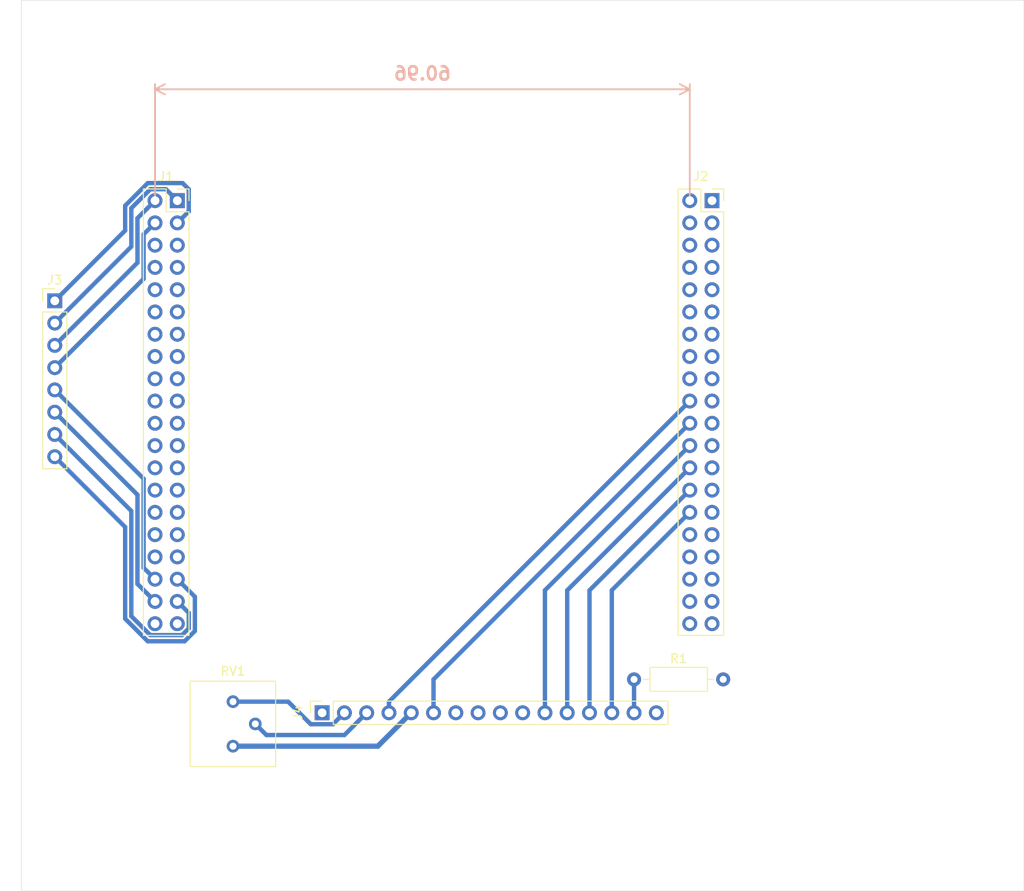
<source format=kicad_pcb>
(kicad_pcb (version 20241229) (generator "pcbnew") (generator_version "9.0")
  (layers (0 "F.Cu" signal) (2 "B.Cu" signal) (13 "F.Paste" user) (15 "B.Paste" user) (5 "F.SilkS" user "F.Silkscreen") (7 "B.SilkS" user "B.Silkscreen") (1 "F.Mask" user) (3 "B.Mask" user) (25 "Edge.Cuts" user))
  (net 0 "")
  (net 10 "GND")
  (net 11 "Net-(J1-Pin_35)")
  (net 16 "+5V")
  (net 19 "Net-(J1-Pin_37)")
  (net 23 "Net-(J1-Pin_2)")
  (net 24 "Net-(J1-Pin_38)")
  (net 28 "Net-(J1-Pin_36)")
  (net 30 "Net-(J1-Pin_3)")
  (net 32 "Net-(J1-Pin_1)")
  (net 36 "Net-(J1-Pin_4)")
  (net 44 "/PA8")
  (net 45 "/PA9")
  (net 48 "/PC7")
  (net 51 "/PB4")
  (net 52 "/PB5")
  (net 54 "/PB10")
  (net 71 "Net-(J4-Pin_3)")
  (net 83 "Net-(J4-Pin_15)")
  (footprint "Resistor_THT:R_Axial_DIN0207_L6.3mm_D2.5mm_P10.16mm_Horizontal" (layer "F.Cu") (at 146.05 130.81)
    (property "Reference" "R1" (at 5.08 -2.37 0) (layer "F.SilkS"))
    (property "Value" "1k")
    (fp_line (start 1.04 0) (end 1.81 0) (stroke (width 0.12)) (layer "F.SilkS"))
    (fp_line (start 9.12 0) (end 8.35 0) (stroke (width 0.12)) (layer "F.SilkS"))
    (fp_rect (start 1.81 -1.37) (end 8.35 1.37) (stroke (width 0.12)) (fill no) (layer "F.SilkS"))
    (pad "1" thru_hole circle (at 0 0) (size 1.6 1.6) (drill 0.8) (layers "*.Cu" "*.Mask") (net 83 "Net-(J4-Pin_15)"))
    (pad "2" thru_hole circle (at 10.16 0) (size 1.6 1.6) (drill 0.8) (layers "*.Cu" "*.Mask") (net 16 "+5V"))
  )
  (footprint "Potentiometer_THT:Potentiometer_Bourns_3386P_Vertical" (layer "F.Cu") (at 100.33 138.43)
    (property "Reference" "RV1" (at -0.015 -8.555 0) (layer "F.SilkS"))
    (property "Value" "R_Potentiometer_Trim")
    (fp_line (start -4.89 -7.415) (end 4.86 -7.415) (stroke (width 0.12)) (layer "F.SilkS"))
    (fp_line (start -4.89 2.335) (end -4.89 -7.415) (stroke (width 0.12)) (layer "F.SilkS"))
    (fp_line (start 4.86 -7.415) (end 4.86 2.335) (stroke (width 0.12)) (layer "F.SilkS"))
    (fp_line (start 4.86 2.335) (end -4.89 2.335) (stroke (width 0.12)) (layer "F.SilkS"))
    (pad "1" thru_hole circle (at 0 0) (size 1.44 1.44) (drill 0.8) (layers "*.Cu" "*.Mask") (net 10 "GND"))
    (pad "2" thru_hole circle (at 2.54 -2.54) (size 1.44 1.44) (drill 0.8) (layers "*.Cu" "*.Mask") (net 71 "Net-(J4-Pin_3)"))
    (pad "3" thru_hole circle (at 0 -5.08) (size 1.44 1.44) (drill 0.8) (layers "*.Cu" "*.Mask") (net 16 "+5V"))
  )
  (footprint "Connector_PinHeader_2.54mm:PinHeader_1x08_P2.54mm_Vertical" (layer "F.Cu") (at 80.01 87.63)
    (property "Reference" "J3" (at 0 -2.38 0) (layer "F.SilkS"))
    (property "Value" "Conn_01x08_Pin")
    (fp_line (start -1.38 -1.38) (end 0 -1.38) (stroke (width 0.12)) (layer "F.SilkS"))
    (fp_line (start -1.38 0) (end -1.38 -1.38) (stroke (width 0.12)) (layer "F.SilkS"))
    (fp_line (start -1.38 1.27) (end -1.38 19.16) (stroke (width 0.12)) (layer "F.SilkS"))
    (fp_line (start -1.38 1.27) (end 1.38 1.27) (stroke (width 0.12)) (layer "F.SilkS"))
    (fp_line (start -1.38 19.16) (end 1.38 19.16) (stroke (width 0.12)) (layer "F.SilkS"))
    (fp_line (start 1.38 1.27) (end 1.38 19.16) (stroke (width 0.12)) (layer "F.SilkS"))
    (pad "1" thru_hole rect (at 0 0) (size 1.7 1.7) (drill 1) (layers "*.Cu" "*.Mask") (net 30 "Net-(J1-Pin_3)"))
    (pad "2" thru_hole circle (at 0 2.54) (size 1.7 1.7) (drill 1) (layers "*.Cu" "*.Mask") (net 32 "Net-(J1-Pin_1)"))
    (pad "3" thru_hole circle (at 0 5.08) (size 1.7 1.7) (drill 1) (layers "*.Cu" "*.Mask") (net 23 "Net-(J1-Pin_2)"))
    (pad "4" thru_hole circle (at 0 7.62) (size 1.7 1.7) (drill 1) (layers "*.Cu" "*.Mask") (net 36 "Net-(J1-Pin_4)"))
    (pad "5" thru_hole circle (at 0 10.16) (size 1.7 1.7) (drill 1) (layers "*.Cu" "*.Mask") (net 28 "Net-(J1-Pin_36)"))
    (pad "6" thru_hole circle (at 0 12.7) (size 1.7 1.7) (drill 1) (layers "*.Cu" "*.Mask") (net 24 "Net-(J1-Pin_38)"))
    (pad "7" thru_hole circle (at 0 15.24) (size 1.7 1.7) (drill 1) (layers "*.Cu" "*.Mask") (net 19 "Net-(J1-Pin_37)"))
    (pad "8" thru_hole circle (at 0 17.78) (size 1.7 1.7) (drill 1) (layers "*.Cu" "*.Mask") (net 11 "Net-(J1-Pin_35)"))
  )
  (footprint "Connector_PinSocket_2.54mm:PinSocket_2x20_P2.54mm_Vertical" (layer "F.Cu") (at 154.94 76.2)
    (property "Reference" "J2" (at -1.27 -2.77 0) (layer "F.SilkS"))
    (property "Value" "Conn_02x20_Odd_Even")
    (fp_line (start -3.87 -1.33) (end -3.87 49.59) (stroke (width 0.12)) (layer "F.SilkS"))
    (fp_line (start -3.87 -1.33) (end -1.27 -1.33) (stroke (width 0.12)) (layer "F.SilkS"))
    (fp_line (start -3.87 49.59) (end 1.33 49.59) (stroke (width 0.12)) (layer "F.SilkS"))
    (fp_line (start -1.27 -1.33) (end -1.27 1.27) (stroke (width 0.12)) (layer "F.SilkS"))
    (fp_line (start -1.27 1.27) (end 1.33 1.27) (stroke (width 0.12)) (layer "F.SilkS"))
    (fp_line (start 0 -1.33) (end 1.33 -1.33) (stroke (width 0.12)) (layer "F.SilkS"))
    (fp_line (start 1.33 -1.33) (end 1.33 0) (stroke (width 0.12)) (layer "F.SilkS"))
    (fp_line (start 1.33 1.27) (end 1.33 49.59) (stroke (width 0.12)) (layer "F.SilkS"))
    (pad "1" thru_hole rect (at 0 0) (size 1.7 1.7) (drill 1) (layers "*.Cu" "*.Mask"))
    (pad "2" thru_hole circle (at -2.54 0) (size 1.7 1.7) (drill 1) (layers "*.Cu" "*.Mask"))
    (pad "3" thru_hole circle (at 0 2.54) (size 1.7 1.7) (drill 1) (layers "*.Cu" "*.Mask"))
    (pad "4" thru_hole circle (at -2.54 2.54) (size 1.7 1.7) (drill 1) (layers "*.Cu" "*.Mask"))
    (pad "5" thru_hole circle (at 0 5.08) (size 1.7 1.7) (drill 1) (layers "*.Cu" "*.Mask"))
    (pad "6" thru_hole circle (at -2.54 5.08) (size 1.7 1.7) (drill 1) (layers "*.Cu" "*.Mask"))
    (pad "7" thru_hole circle (at 0 7.62) (size 1.7 1.7) (drill 1) (layers "*.Cu" "*.Mask"))
    (pad "8" thru_hole circle (at -2.54 7.62) (size 1.7 1.7) (drill 1) (layers "*.Cu" "*.Mask"))
    (pad "9" thru_hole circle (at 0 10.16) (size 1.7 1.7) (drill 1) (layers "*.Cu" "*.Mask"))
    (pad "10" thru_hole circle (at -2.54 10.16) (size 1.7 1.7) (drill 1) (layers "*.Cu" "*.Mask") (net 10 "GND"))
    (pad "11" thru_hole circle (at 0 12.7) (size 1.7 1.7) (drill 1) (layers "*.Cu" "*.Mask"))
    (pad "12" thru_hole circle (at -2.54 12.7) (size 1.7 1.7) (drill 1) (layers "*.Cu" "*.Mask"))
    (pad "13" thru_hole circle (at 0 15.24) (size 1.7 1.7) (drill 1) (layers "*.Cu" "*.Mask"))
    (pad "14" thru_hole circle (at -2.54 15.24) (size 1.7 1.7) (drill 1) (layers "*.Cu" "*.Mask"))
    (pad "15" thru_hole circle (at 0 17.78) (size 1.7 1.7) (drill 1) (layers "*.Cu" "*.Mask"))
    (pad "16" thru_hole circle (at -2.54 17.78) (size 1.7 1.7) (drill 1) (layers "*.Cu" "*.Mask"))
    (pad "17" thru_hole circle (at 0 20.32) (size 1.7 1.7) (drill 1) (layers "*.Cu" "*.Mask"))
    (pad "18" thru_hole circle (at -2.54 20.32) (size 1.7 1.7) (drill 1) (layers "*.Cu" "*.Mask"))
    (pad "19" thru_hole circle (at 0 22.86) (size 1.7 1.7) (drill 1) (layers "*.Cu" "*.Mask") (net 10 "GND"))
    (pad "20" thru_hole circle (at -2.54 22.86) (size 1.7 1.7) (drill 1) (layers "*.Cu" "*.Mask") (net 48 "/PC7"))
    (pad "21" thru_hole circle (at 0 25.4) (size 1.7 1.7) (drill 1) (layers "*.Cu" "*.Mask"))
    (pad "22" thru_hole circle (at -2.54 25.4) (size 1.7 1.7) (drill 1) (layers "*.Cu" "*.Mask") (net 45 "/PA9"))
    (pad "23" thru_hole circle (at 0 27.94) (size 1.7 1.7) (drill 1) (layers "*.Cu" "*.Mask"))
    (pad "24" thru_hole circle (at -2.54 27.94) (size 1.7 1.7) (drill 1) (layers "*.Cu" "*.Mask") (net 44 "/PA8"))
    (pad "25" thru_hole circle (at 0 30.48) (size 1.7 1.7) (drill 1) (layers "*.Cu" "*.Mask"))
    (pad "26" thru_hole circle (at -2.54 30.48) (size 1.7 1.7) (drill 1) (layers "*.Cu" "*.Mask") (net 54 "/PB10"))
    (pad "27" thru_hole circle (at 0 33.02) (size 1.7 1.7) (drill 1) (layers "*.Cu" "*.Mask"))
    (pad "28" thru_hole circle (at -2.54 33.02) (size 1.7 1.7) (drill 1) (layers "*.Cu" "*.Mask") (net 51 "/PB4"))
    (pad "29" thru_hole circle (at 0 35.56) (size 1.7 1.7) (drill 1) (layers "*.Cu" "*.Mask"))
    (pad "30" thru_hole circle (at -2.54 35.56) (size 1.7 1.7) (drill 1) (layers "*.Cu" "*.Mask") (net 52 "/PB5"))
    (pad "31" thru_hole circle (at 0 38.1) (size 1.7 1.7) (drill 1) (layers "*.Cu" "*.Mask"))
    (pad "32" thru_hole circle (at -2.54 38.1) (size 1.7 1.7) (drill 1) (layers "*.Cu" "*.Mask"))
    (pad "33" thru_hole circle (at 0 40.64) (size 1.7 1.7) (drill 1) (layers "*.Cu" "*.Mask"))
    (pad "34" thru_hole circle (at -2.54 40.64) (size 1.7 1.7) (drill 1) (layers "*.Cu" "*.Mask"))
    (pad "35" thru_hole circle (at 0 43.18) (size 1.7 1.7) (drill 1) (layers "*.Cu" "*.Mask"))
    (pad "36" thru_hole circle (at -2.54 43.18) (size 1.7 1.7) (drill 1) (layers "*.Cu" "*.Mask"))
    (pad "37" thru_hole circle (at 0 45.72) (size 1.7 1.7) (drill 1) (layers "*.Cu" "*.Mask"))
    (pad "38" thru_hole circle (at -2.54 45.72) (size 1.7 1.7) (drill 1) (layers "*.Cu" "*.Mask"))
    (pad "39" thru_hole circle (at 0 48.26) (size 1.7 1.7) (drill 1) (layers "*.Cu" "*.Mask"))
    (pad "40" thru_hole circle (at -2.54 48.26) (size 1.7 1.7) (drill 1) (layers "*.Cu" "*.Mask"))
  )
  (footprint "Connector_PinSocket_2.54mm:PinSocket_1x16_P2.54mm_Vertical" (layer "F.Cu") (at 110.49 134.62 90)
    (property "Reference" "J4" (at 0 -2.77 90) (layer "F.SilkS"))
    (property "Value" "Conn_01x16_Socket")
    (fp_line (start 1.33 -1.33) (end 1.33 0) (stroke (width 0.12)) (layer "F.SilkS"))
    (fp_line (start 0 -1.33) (end 1.33 -1.33) (stroke (width 0.12)) (layer "F.SilkS"))
    (fp_line (start 1.33 1.27) (end 1.33 39.43) (stroke (width 0.12)) (layer "F.SilkS"))
    (fp_line (start -1.33 1.27) (end 1.33 1.27) (stroke (width 0.12)) (layer "F.SilkS"))
    (fp_line (start -1.33 1.27) (end -1.33 39.43) (stroke (width 0.12)) (layer "F.SilkS"))
    (fp_line (start -1.33 39.43) (end 1.33 39.43) (stroke (width 0.12)) (layer "F.SilkS"))
    (pad "1" thru_hole rect (at 0 0 90) (size 1.7 1.7) (drill 1) (layers "*.Cu" "*.Mask") (net 10 "GND"))
    (pad "2" thru_hole circle (at 0 2.54 90) (size 1.7 1.7) (drill 1) (layers "*.Cu" "*.Mask") (net 16 "+5V"))
    (pad "3" thru_hole circle (at 0 5.08 90) (size 1.7 1.7) (drill 1) (layers "*.Cu" "*.Mask") (net 71 "Net-(J4-Pin_3)"))
    (pad "4" thru_hole circle (at 0 7.62 90) (size 1.7 1.7) (drill 1) (layers "*.Cu" "*.Mask") (net 48 "/PC7"))
    (pad "5" thru_hole circle (at 0 10.16 90) (size 1.7 1.7) (drill 1) (layers "*.Cu" "*.Mask") (net 10 "GND"))
    (pad "6" thru_hole circle (at 0 12.7 90) (size 1.7 1.7) (drill 1) (layers "*.Cu" "*.Mask") (net 45 "/PA9"))
    (pad "7" thru_hole circle (at 0 15.24 90) (size 1.7 1.7) (drill 1) (layers "*.Cu" "*.Mask"))
    (pad "8" thru_hole circle (at 0 17.78 90) (size 1.7 1.7) (drill 1) (layers "*.Cu" "*.Mask"))
    (pad "9" thru_hole circle (at 0 20.32 90) (size 1.7 1.7) (drill 1) (layers "*.Cu" "*.Mask"))
    (pad "10" thru_hole circle (at 0 22.86 90) (size 1.7 1.7) (drill 1) (layers "*.Cu" "*.Mask"))
    (pad "11" thru_hole circle (at 0 25.4 90) (size 1.7 1.7) (drill 1) (layers "*.Cu" "*.Mask") (net 44 "/PA8"))
    (pad "12" thru_hole circle (at 0 27.94 90) (size 1.7 1.7) (drill 1) (layers "*.Cu" "*.Mask") (net 54 "/PB10"))
    (pad "13" thru_hole circle (at 0 30.48 90) (size 1.7 1.7) (drill 1) (layers "*.Cu" "*.Mask") (net 51 "/PB4"))
    (pad "14" thru_hole circle (at 0 33.02 90) (size 1.7 1.7) (drill 1) (layers "*.Cu" "*.Mask") (net 52 "/PB5"))
    (pad "15" thru_hole circle (at 0 35.56 90) (size 1.7 1.7) (drill 1) (layers "*.Cu" "*.Mask") (net 83 "Net-(J4-Pin_15)"))
    (pad "16" thru_hole circle (at 0 38.1 90) (size 1.7 1.7) (drill 1) (layers "*.Cu" "*.Mask") (net 10 "GND"))
  )
  (footprint "Connector_PinSocket_2.54mm:PinSocket_2x20_P2.54mm_Vertical" (layer "F.Cu") (at 93.98 76.2)
    (property "Reference" "J1" (at -1.27 -2.77 0) (layer "F.SilkS"))
    (property "Value" "Conn_02x20_Odd_Even")
    (fp_line (start -3.87 -1.33) (end -3.87 49.59) (stroke (width 0.12)) (layer "F.SilkS"))
    (fp_line (start -3.87 -1.33) (end -1.27 -1.33) (stroke (width 0.12)) (layer "F.SilkS"))
    (fp_line (start -3.87 49.59) (end 1.33 49.59) (stroke (width 0.12)) (layer "F.SilkS"))
    (fp_line (start -1.27 -1.33) (end -1.27 1.27) (stroke (width 0.12)) (layer "F.SilkS"))
    (fp_line (start -1.27 1.27) (end 1.33 1.27) (stroke (width 0.12)) (layer "F.SilkS"))
    (fp_line (start 0 -1.33) (end 1.33 -1.33) (stroke (width 0.12)) (layer "F.SilkS"))
    (fp_line (start 1.33 -1.33) (end 1.33 0) (stroke (width 0.12)) (layer "F.SilkS"))
    (fp_line (start 1.33 1.27) (end 1.33 49.59) (stroke (width 0.12)) (layer "F.SilkS"))
    (pad "1" thru_hole rect (at 0 0) (size 1.7 1.7) (drill 1) (layers "*.Cu" "*.Mask") (net 32 "Net-(J1-Pin_1)"))
    (pad "2" thru_hole circle (at -2.54 0) (size 1.7 1.7) (drill 1) (layers "*.Cu" "*.Mask") (net 23 "Net-(J1-Pin_2)"))
    (pad "3" thru_hole circle (at 0 2.54) (size 1.7 1.7) (drill 1) (layers "*.Cu" "*.Mask") (net 30 "Net-(J1-Pin_3)"))
    (pad "4" thru_hole circle (at -2.54 2.54) (size 1.7 1.7) (drill 1) (layers "*.Cu" "*.Mask") (net 36 "Net-(J1-Pin_4)"))
    (pad "5" thru_hole circle (at 0 5.08) (size 1.7 1.7) (drill 1) (layers "*.Cu" "*.Mask"))
    (pad "6" thru_hole circle (at -2.54 5.08) (size 1.7 1.7) (drill 1) (layers "*.Cu" "*.Mask"))
    (pad "7" thru_hole circle (at 0 7.62) (size 1.7 1.7) (drill 1) (layers "*.Cu" "*.Mask") (net 10 "GND"))
    (pad "8" thru_hole circle (at -2.54 7.62) (size 1.7 1.7) (drill 1) (layers "*.Cu" "*.Mask"))
    (pad "9" thru_hole circle (at 0 10.16) (size 1.7 1.7) (drill 1) (layers "*.Cu" "*.Mask"))
    (pad "10" thru_hole circle (at -2.54 10.16) (size 1.7 1.7) (drill 1) (layers "*.Cu" "*.Mask"))
    (pad "11" thru_hole circle (at 0 12.7) (size 1.7 1.7) (drill 1) (layers "*.Cu" "*.Mask"))
    (pad "12" thru_hole circle (at -2.54 12.7) (size 1.7 1.7) (drill 1) (layers "*.Cu" "*.Mask"))
    (pad "13" thru_hole circle (at 0 15.24) (size 1.7 1.7) (drill 1) (layers "*.Cu" "*.Mask"))
    (pad "14" thru_hole circle (at -2.54 15.24) (size 1.7 1.7) (drill 1) (layers "*.Cu" "*.Mask"))
    (pad "15" thru_hole circle (at 0 17.78) (size 1.7 1.7) (drill 1) (layers "*.Cu" "*.Mask"))
    (pad "16" thru_hole circle (at -2.54 17.78) (size 1.7 1.7) (drill 1) (layers "*.Cu" "*.Mask"))
    (pad "17" thru_hole circle (at 0 20.32) (size 1.7 1.7) (drill 1) (layers "*.Cu" "*.Mask") (net 16 "+5V"))
    (pad "18" thru_hole circle (at -2.54 20.32) (size 1.7 1.7) (drill 1) (layers "*.Cu" "*.Mask"))
    (pad "19" thru_hole circle (at 0 22.86) (size 1.7 1.7) (drill 1) (layers "*.Cu" "*.Mask"))
    (pad "20" thru_hole circle (at -2.54 22.86) (size 1.7 1.7) (drill 1) (layers "*.Cu" "*.Mask") (net 10 "GND"))
    (pad "21" thru_hole circle (at 0 25.4) (size 1.7 1.7) (drill 1) (layers "*.Cu" "*.Mask"))
    (pad "22" thru_hole circle (at -2.54 25.4) (size 1.7 1.7) (drill 1) (layers "*.Cu" "*.Mask"))
    (pad "23" thru_hole circle (at 0 27.94) (size 1.7 1.7) (drill 1) (layers "*.Cu" "*.Mask"))
    (pad "24" thru_hole circle (at -2.54 27.94) (size 1.7 1.7) (drill 1) (layers "*.Cu" "*.Mask"))
    (pad "25" thru_hole circle (at 0 30.48) (size 1.7 1.7) (drill 1) (layers "*.Cu" "*.Mask"))
    (pad "26" thru_hole circle (at -2.54 30.48) (size 1.7 1.7) (drill 1) (layers "*.Cu" "*.Mask"))
    (pad "27" thru_hole circle (at 0 33.02) (size 1.7 1.7) (drill 1) (layers "*.Cu" "*.Mask"))
    (pad "28" thru_hole circle (at -2.54 33.02) (size 1.7 1.7) (drill 1) (layers "*.Cu" "*.Mask"))
    (pad "29" thru_hole circle (at 0 35.56) (size 1.7 1.7) (drill 1) (layers "*.Cu" "*.Mask"))
    (pad "30" thru_hole circle (at -2.54 35.56) (size 1.7 1.7) (drill 1) (layers "*.Cu" "*.Mask"))
    (pad "31" thru_hole circle (at 0 38.1) (size 1.7 1.7) (drill 1) (layers "*.Cu" "*.Mask"))
    (pad "32" thru_hole circle (at -2.54 38.1) (size 1.7 1.7) (drill 1) (layers "*.Cu" "*.Mask"))
    (pad "33" thru_hole circle (at 0 40.64) (size 1.7 1.7) (drill 1) (layers "*.Cu" "*.Mask"))
    (pad "34" thru_hole circle (at -2.54 40.64) (size 1.7 1.7) (drill 1) (layers "*.Cu" "*.Mask"))
    (pad "35" thru_hole circle (at 0 43.18) (size 1.7 1.7) (drill 1) (layers "*.Cu" "*.Mask") (net 11 "Net-(J1-Pin_35)"))
    (pad "36" thru_hole circle (at -2.54 43.18) (size 1.7 1.7) (drill 1) (layers "*.Cu" "*.Mask") (net 28 "Net-(J1-Pin_36)"))
    (pad "37" thru_hole circle (at 0 45.72) (size 1.7 1.7) (drill 1) (layers "*.Cu" "*.Mask") (net 19 "Net-(J1-Pin_37)"))
    (pad "38" thru_hole circle (at -2.54 45.72) (size 1.7 1.7) (drill 1) (layers "*.Cu" "*.Mask") (net 24 "Net-(J1-Pin_38)"))
    (pad "39" thru_hole circle (at 0 48.26) (size 1.7 1.7) (drill 1) (layers "*.Cu" "*.Mask"))
    (pad "40" thru_hole circle (at -2.54 48.26) (size 1.7 1.7) (drill 1) (layers "*.Cu" "*.Mask"))
  )
  (gr_rect (start 76.2 53.34) (end 190.5 154.94) (stroke (width 0.05)) (fill no) (layer "Edge.Cuts"))
  (dimension (type orthogonal) (layer "B.SilkS") (pts (xy 91.44 76.2) (xy 152.4 76.2)) (height -12.7) (orientation 0) (format (prefix "") (suffix "") (units 3) (units_format 0) (precision 4) (suppress_zeroes yes)) (style (thickness 0.2) (arrow_length 1.27) (text_position_mode 0) (arrow_direction outward) (extension_height 0.58642) (extension_offset 0.5) (keep_text_aligned yes)) (gr_text "60.96" (at 121.92 61.7 0) (layer "B.SilkS") (effects (font (size 1.5 1.5) (thickness 0.3)) (justify mirror))))
  (segment (start 100.33 138.43) (end 116.84 138.43) (width 0.6) (layer "B.Cu") (net 10))
  (segment (start 116.84 138.43) (end 120.65 134.62) (width 0.6) (layer "B.Cu") (net 10))
  (segment (start 94.809256 126.462) (end 95.982 125.289256) (width 0.5) (layer "B.Cu") (net 11))
  (segment (start 88.036 123.887256) (end 90.610744 126.462) (width 0.5) (layer "B.Cu") (net 11))
  (segment (start 80.01 105.41) (end 88.036 113.436) (width 0.5) (layer "B.Cu") (net 11))
  (segment (start 95.982 121.382) (end 93.98 119.38) (width 0.5) (layer "B.Cu") (net 11))
  (segment (start 88.036 113.436) (end 88.036 123.887256) (width 0.5) (layer "B.Cu") (net 11))
  (segment (start 95.982 125.289256) (end 95.982 121.382) (width 0.5) (layer "B.Cu") (net 11))
  (segment (start 90.610744 126.462) (end 94.809256 126.462) (width 0.5) (layer "B.Cu") (net 11))
  (segment (start 109.189 135.921) (end 111.729 135.921) (width 0.5) (layer "B.Cu") (net 16))
  (segment (start 106.618 133.35) (end 109.189 135.921) (width 0.5) (layer "B.Cu") (net 16))
  (segment (start 111.729 135.921) (end 113.03 134.62) (width 0.5) (layer "B.Cu") (net 16))
  (segment (start 100.33 133.35) (end 106.618 133.35) (width 0.5) (layer "B.Cu") (net 16))
  (segment (start 90.901108 125.761) (end 94.518892 125.761) (width 0.5) (layer "B.Cu") (net 19))
  (segment (start 88.737 123.596892) (end 90.901108 125.761) (width 0.5) (layer "B.Cu") (net 19))
  (segment (start 95.281 123.221) (end 93.98 121.92) (width 0.5) (layer "B.Cu") (net 19))
  (segment (start 95.281 124.998892) (end 95.281 123.221) (width 0.5) (layer "B.Cu") (net 19))
  (segment (start 88.737 111.597) (end 88.737 123.596892) (width 0.5) (layer "B.Cu") (net 19))
  (segment (start 80.01 102.87) (end 88.737 111.597) (width 0.5) (layer "B.Cu") (net 19))
  (segment (start 94.518892 125.761) (end 95.281 124.998892) (width 0.5) (layer "B.Cu") (net 19))
  (segment (start 89.438 83.282) (end 89.438 78.202) (width 0.5) (layer "B.Cu") (net 23))
  (segment (start 89.438 78.202) (end 91.44 76.2) (width 0.5) (layer "B.Cu") (net 23))
  (segment (start 80.01 92.71) (end 89.438 83.282) (width 0.5) (layer "B.Cu") (net 23))
  (segment (start 80.01 100.33) (end 89.438 109.758) (width 0.5) (layer "B.Cu") (net 24))
  (segment (start 89.438 109.758) (end 89.438 119.918) (width 0.5) (layer "B.Cu") (net 24))
  (segment (start 89.438 119.918) (end 91.44 121.92) (width 0.5) (layer "B.Cu") (net 24))
  (segment (start 80.01 97.79) (end 90.139 107.919) (width 0.5) (layer "B.Cu") (net 28))
  (segment (start 90.139 107.919) (end 90.139 118.079) (width 0.5) (layer "B.Cu") (net 28))
  (segment (start 90.139 118.079) (end 91.44 119.38) (width 0.5) (layer "B.Cu") (net 28))
  (segment (start 80.01 87.63) (end 88.036 79.604) (width 0.5) (layer "B.Cu") (net 30))
  (segment (start 95.281 77.439) (end 93.98 78.74) (width 0.5) (layer "B.Cu") (net 30))
  (segment (start 88.036 79.604) (end 88.036 76.772744) (width 0.5) (layer "B.Cu") (net 30))
  (segment (start 95.281 74.899) (end 95.281 77.439) (width 0.5) (layer "B.Cu") (net 30))
  (segment (start 94.58 74.198) (end 95.281 74.899) (width 0.5) (layer "B.Cu") (net 30))
  (segment (start 90.610744 74.198) (end 94.58 74.198) (width 0.5) (layer "B.Cu") (net 30))
  (segment (start 88.036 76.772744) (end 90.610744 74.198) (width 0.5) (layer "B.Cu") (net 30))
  (segment (start 88.737 77.063108) (end 90.901108 74.899) (width 0.5) (layer "B.Cu") (net 32))
  (segment (start 80.01 90.17) (end 88.737 81.443) (width 0.5) (layer "B.Cu") (net 32))
  (segment (start 88.737 81.443) (end 88.737 77.063108) (width 0.5) (layer "B.Cu") (net 32))
  (segment (start 90.901108 74.899) (end 92.679 74.899) (width 0.5) (layer "B.Cu") (net 32))
  (segment (start 80.01 90.17) (end 80.68424 90.17) (width 0.2) (layer "B.Cu") (net 32))
  (segment (start 92.679 74.899) (end 93.98 76.2) (width 0.5) (layer "B.Cu") (net 32))
  (segment (start 90.139 85.121) (end 90.139 80.041) (width 0.5) (layer "B.Cu") (net 36))
  (segment (start 80.01 95.25) (end 90.139 85.121) (width 0.5) (layer "B.Cu") (net 36))
  (segment (start 90.139 80.041) (end 91.44 78.74) (width 0.5) (layer "B.Cu") (net 36))
  (segment (start 135.89 134.62) (end 135.89 120.65) (width 0.5) (layer "B.Cu") (net 44))
  (segment (start 135.89 120.65) (end 152.4 104.14) (width 0.5) (layer "B.Cu") (net 44))
  (segment (start 123.19 130.81) (end 152.4 101.6) (width 0.5) (layer "B.Cu") (net 45))
  (segment (start 123.19 134.62) (end 123.19 130.81) (width 0.5) (layer "B.Cu") (net 45))
  (segment (start 118.11 133.35) (end 152.4 99.06) (width 0.5) (layer "B.Cu") (net 48))
  (segment (start 118.11 134.62) (end 118.11 133.35) (width 0.5) (layer "B.Cu") (net 48))
  (segment (start 140.97 120.65) (end 152.4 109.22) (width 0.5) (layer "B.Cu") (net 51))
  (segment (start 140.97 134.62) (end 140.97 120.65) (width 0.5) (layer "B.Cu") (net 51))
  (segment (start 143.51 120.65) (end 152.4 111.76) (width 0.5) (layer "B.Cu") (net 52))
  (segment (start 143.51 134.62) (end 143.51 120.65) (width 0.5) (layer "B.Cu") (net 52))
  (segment (start 138.43 120.65) (end 152.4 106.68) (width 0.5) (layer "B.Cu") (net 54))
  (segment (start 138.43 134.62) (end 138.43 120.65) (width 0.5) (layer "B.Cu") (net 54))
  (segment (start 113.03 137.16) (end 115.57 134.62) (width 0.5) (layer "B.Cu") (net 71))
  (segment (start 104.14 137.16) (end 113.03 137.16) (width 0.5) (layer "B.Cu") (net 71))
  (segment (start 102.87 135.89) (end 104.14 137.16) (width 0.5) (layer "B.Cu") (net 71))
  (segment (start 146.05 134.62) (end 146.05 130.81) (width 0.5) (layer "B.Cu") (net 83))
)
</source>
